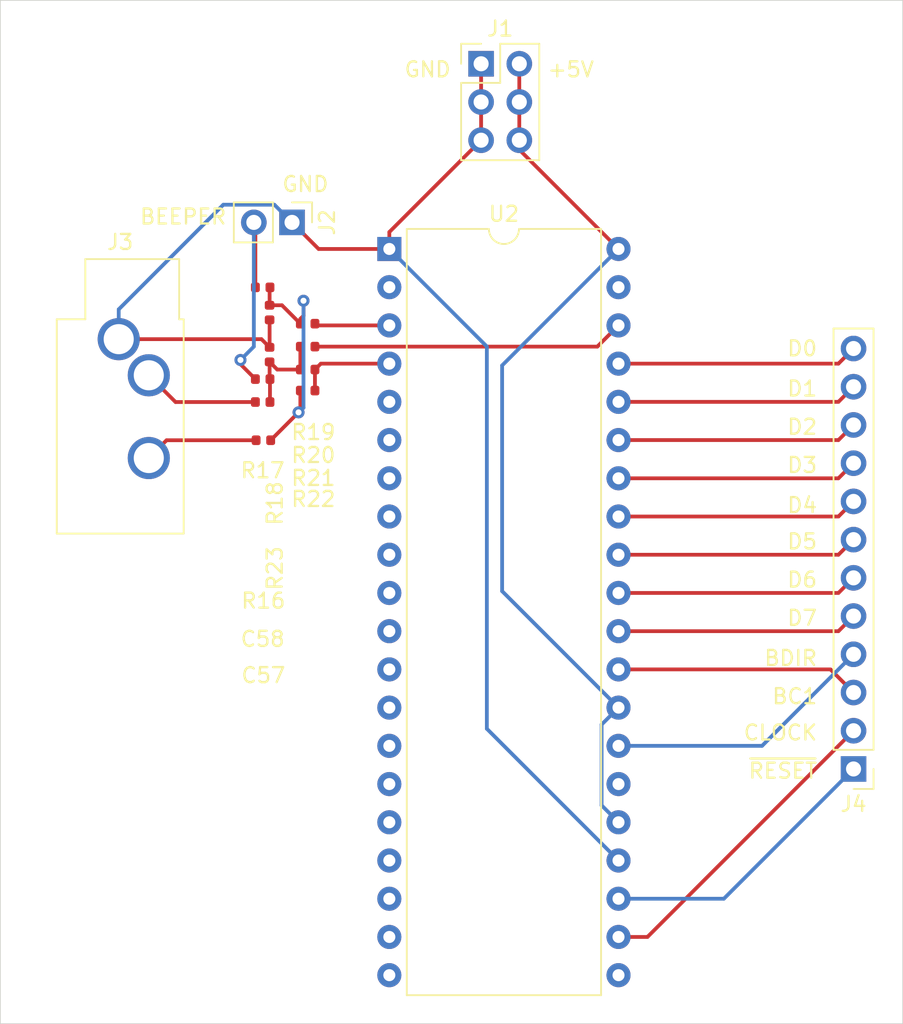
<source format=kicad_pcb>
(kicad_pcb (version 20171130) (host pcbnew "(5.1.6)-1")

  (general
    (thickness 1.6)
    (drawings 20)
    (tracks 90)
    (zones 0)
    (modules 15)
    (nets 23)
  )

  (page A4)
  (layers
    (0 F.Cu signal)
    (31 B.Cu signal)
    (32 B.Adhes user)
    (33 F.Adhes user)
    (34 B.Paste user)
    (35 F.Paste user)
    (36 B.SilkS user)
    (37 F.SilkS user)
    (38 B.Mask user)
    (39 F.Mask user)
    (40 Dwgs.User user)
    (41 Cmts.User user)
    (42 Eco1.User user)
    (43 Eco2.User user)
    (44 Edge.Cuts user)
    (45 Margin user)
    (46 B.CrtYd user)
    (47 F.CrtYd user)
    (48 B.Fab user hide)
    (49 F.Fab user hide)
  )

  (setup
    (last_trace_width 0.25)
    (trace_clearance 0.2)
    (zone_clearance 0.508)
    (zone_45_only no)
    (trace_min 0.2)
    (via_size 0.8)
    (via_drill 0.4)
    (via_min_size 0.4)
    (via_min_drill 0.3)
    (uvia_size 0.3)
    (uvia_drill 0.1)
    (uvias_allowed no)
    (uvia_min_size 0.2)
    (uvia_min_drill 0.1)
    (edge_width 0.05)
    (segment_width 0.2)
    (pcb_text_width 0.3)
    (pcb_text_size 1.5 1.5)
    (mod_edge_width 0.12)
    (mod_text_size 1 1)
    (mod_text_width 0.15)
    (pad_size 1.524 1.524)
    (pad_drill 0.762)
    (pad_to_mask_clearance 0.05)
    (aux_axis_origin 0 0)
    (visible_elements FFFFFF7F)
    (pcbplotparams
      (layerselection 0x010fc_ffffffff)
      (usegerberextensions false)
      (usegerberattributes true)
      (usegerberadvancedattributes true)
      (creategerberjobfile true)
      (excludeedgelayer true)
      (linewidth 0.100000)
      (plotframeref false)
      (viasonmask false)
      (mode 1)
      (useauxorigin false)
      (hpglpennumber 1)
      (hpglpenspeed 20)
      (hpglpendiameter 15.000000)
      (psnegative false)
      (psa4output false)
      (plotreference true)
      (plotvalue true)
      (plotinvisibletext false)
      (padsonsilk false)
      (subtractmaskfromsilk false)
      (outputformat 1)
      (mirror false)
      (drillshape 1)
      (scaleselection 1)
      (outputdirectory ""))
  )

  (net 0 "")
  (net 1 "Net-(C57-Pad2)")
  (net 2 "Net-(C57-Pad1)")
  (net 3 "Net-(C58-Pad2)")
  (net 4 "Net-(C58-Pad1)")
  (net 5 +5V)
  (net 6 GND)
  (net 7 "Net-(J2-Pad2)")
  (net 8 /D0)
  (net 9 /D1)
  (net 10 /D2)
  (net 11 /D3)
  (net 12 /D4)
  (net 13 /D5)
  (net 14 /D6)
  (net 15 /D7)
  (net 16 /BDIR)
  (net 17 /BC1)
  (net 18 /CLOCK)
  (net 19 /~RESET)
  (net 20 "Net-(R19-Pad2)")
  (net 21 "Net-(R20-Pad2)")
  (net 22 "Net-(R21-Pad2)")

  (net_class Default "This is the default net class."
    (clearance 0.2)
    (trace_width 0.25)
    (via_dia 0.8)
    (via_drill 0.4)
    (uvia_dia 0.3)
    (uvia_drill 0.1)
    (add_net +5V)
    (add_net /BC1)
    (add_net /BDIR)
    (add_net /CLOCK)
    (add_net /D0)
    (add_net /D1)
    (add_net /D2)
    (add_net /D3)
    (add_net /D4)
    (add_net /D5)
    (add_net /D6)
    (add_net /D7)
    (add_net /~RESET)
    (add_net GND)
    (add_net "Net-(C57-Pad1)")
    (add_net "Net-(C57-Pad2)")
    (add_net "Net-(C58-Pad1)")
    (add_net "Net-(C58-Pad2)")
    (add_net "Net-(J2-Pad2)")
    (add_net "Net-(R19-Pad2)")
    (add_net "Net-(R20-Pad2)")
    (add_net "Net-(R21-Pad2)")
  )

  (module Package_DIP:DIP-40_W15.24mm (layer F.Cu) (tedit 5A02E8C5) (tstamp 5F661E93)
    (at 110.864 65.52)
    (descr "40-lead though-hole mounted DIP package, row spacing 15.24 mm (600 mils)")
    (tags "THT DIP DIL PDIP 2.54mm 15.24mm 600mil")
    (path /5F5BE3B6)
    (fp_text reference U2 (at 7.62 -2.33) (layer F.SilkS)
      (effects (font (size 1 1) (thickness 0.15)))
    )
    (fp_text value YM2149 (at 7.62 50.59) (layer F.Fab)
      (effects (font (size 1 1) (thickness 0.15)))
    )
    (fp_text user %R (at 7.62 24.13) (layer F.Fab)
      (effects (font (size 1 1) (thickness 0.15)))
    )
    (fp_arc (start 7.62 -1.33) (end 6.62 -1.33) (angle -180) (layer F.SilkS) (width 0.12))
    (fp_line (start 1.255 -1.27) (end 14.985 -1.27) (layer F.Fab) (width 0.1))
    (fp_line (start 14.985 -1.27) (end 14.985 49.53) (layer F.Fab) (width 0.1))
    (fp_line (start 14.985 49.53) (end 0.255 49.53) (layer F.Fab) (width 0.1))
    (fp_line (start 0.255 49.53) (end 0.255 -0.27) (layer F.Fab) (width 0.1))
    (fp_line (start 0.255 -0.27) (end 1.255 -1.27) (layer F.Fab) (width 0.1))
    (fp_line (start 6.62 -1.33) (end 1.16 -1.33) (layer F.SilkS) (width 0.12))
    (fp_line (start 1.16 -1.33) (end 1.16 49.59) (layer F.SilkS) (width 0.12))
    (fp_line (start 1.16 49.59) (end 14.08 49.59) (layer F.SilkS) (width 0.12))
    (fp_line (start 14.08 49.59) (end 14.08 -1.33) (layer F.SilkS) (width 0.12))
    (fp_line (start 14.08 -1.33) (end 8.62 -1.33) (layer F.SilkS) (width 0.12))
    (fp_line (start -1.05 -1.55) (end -1.05 49.8) (layer F.CrtYd) (width 0.05))
    (fp_line (start -1.05 49.8) (end 16.3 49.8) (layer F.CrtYd) (width 0.05))
    (fp_line (start 16.3 49.8) (end 16.3 -1.55) (layer F.CrtYd) (width 0.05))
    (fp_line (start 16.3 -1.55) (end -1.05 -1.55) (layer F.CrtYd) (width 0.05))
    (pad 40 thru_hole oval (at 15.24 0) (size 1.6 1.6) (drill 0.8) (layers *.Cu *.Mask)
      (net 5 +5V))
    (pad 20 thru_hole oval (at 0 48.26) (size 1.6 1.6) (drill 0.8) (layers *.Cu *.Mask))
    (pad 39 thru_hole oval (at 15.24 2.54) (size 1.6 1.6) (drill 0.8) (layers *.Cu *.Mask))
    (pad 19 thru_hole oval (at 0 45.72) (size 1.6 1.6) (drill 0.8) (layers *.Cu *.Mask))
    (pad 38 thru_hole oval (at 15.24 5.08) (size 1.6 1.6) (drill 0.8) (layers *.Cu *.Mask)
      (net 21 "Net-(R20-Pad2)"))
    (pad 18 thru_hole oval (at 0 43.18) (size 1.6 1.6) (drill 0.8) (layers *.Cu *.Mask))
    (pad 37 thru_hole oval (at 15.24 7.62) (size 1.6 1.6) (drill 0.8) (layers *.Cu *.Mask)
      (net 8 /D0))
    (pad 17 thru_hole oval (at 0 40.64) (size 1.6 1.6) (drill 0.8) (layers *.Cu *.Mask))
    (pad 36 thru_hole oval (at 15.24 10.16) (size 1.6 1.6) (drill 0.8) (layers *.Cu *.Mask)
      (net 9 /D1))
    (pad 16 thru_hole oval (at 0 38.1) (size 1.6 1.6) (drill 0.8) (layers *.Cu *.Mask))
    (pad 35 thru_hole oval (at 15.24 12.7) (size 1.6 1.6) (drill 0.8) (layers *.Cu *.Mask)
      (net 10 /D2))
    (pad 15 thru_hole oval (at 0 35.56) (size 1.6 1.6) (drill 0.8) (layers *.Cu *.Mask))
    (pad 34 thru_hole oval (at 15.24 15.24) (size 1.6 1.6) (drill 0.8) (layers *.Cu *.Mask)
      (net 11 /D3))
    (pad 14 thru_hole oval (at 0 33.02) (size 1.6 1.6) (drill 0.8) (layers *.Cu *.Mask))
    (pad 33 thru_hole oval (at 15.24 17.78) (size 1.6 1.6) (drill 0.8) (layers *.Cu *.Mask)
      (net 12 /D4))
    (pad 13 thru_hole oval (at 0 30.48) (size 1.6 1.6) (drill 0.8) (layers *.Cu *.Mask))
    (pad 32 thru_hole oval (at 15.24 20.32) (size 1.6 1.6) (drill 0.8) (layers *.Cu *.Mask)
      (net 13 /D5))
    (pad 12 thru_hole oval (at 0 27.94) (size 1.6 1.6) (drill 0.8) (layers *.Cu *.Mask))
    (pad 31 thru_hole oval (at 15.24 22.86) (size 1.6 1.6) (drill 0.8) (layers *.Cu *.Mask)
      (net 14 /D6))
    (pad 11 thru_hole oval (at 0 25.4) (size 1.6 1.6) (drill 0.8) (layers *.Cu *.Mask))
    (pad 30 thru_hole oval (at 15.24 25.4) (size 1.6 1.6) (drill 0.8) (layers *.Cu *.Mask)
      (net 15 /D7))
    (pad 10 thru_hole oval (at 0 22.86) (size 1.6 1.6) (drill 0.8) (layers *.Cu *.Mask))
    (pad 29 thru_hole oval (at 15.24 27.94) (size 1.6 1.6) (drill 0.8) (layers *.Cu *.Mask)
      (net 17 /BC1))
    (pad 9 thru_hole oval (at 0 20.32) (size 1.6 1.6) (drill 0.8) (layers *.Cu *.Mask))
    (pad 28 thru_hole oval (at 15.24 30.48) (size 1.6 1.6) (drill 0.8) (layers *.Cu *.Mask)
      (net 5 +5V))
    (pad 8 thru_hole oval (at 0 17.78) (size 1.6 1.6) (drill 0.8) (layers *.Cu *.Mask))
    (pad 27 thru_hole oval (at 15.24 33.02) (size 1.6 1.6) (drill 0.8) (layers *.Cu *.Mask)
      (net 16 /BDIR))
    (pad 7 thru_hole oval (at 0 15.24) (size 1.6 1.6) (drill 0.8) (layers *.Cu *.Mask))
    (pad 26 thru_hole oval (at 15.24 35.56) (size 1.6 1.6) (drill 0.8) (layers *.Cu *.Mask))
    (pad 6 thru_hole oval (at 0 12.7) (size 1.6 1.6) (drill 0.8) (layers *.Cu *.Mask))
    (pad 25 thru_hole oval (at 15.24 38.1) (size 1.6 1.6) (drill 0.8) (layers *.Cu *.Mask)
      (net 5 +5V))
    (pad 5 thru_hole oval (at 0 10.16) (size 1.6 1.6) (drill 0.8) (layers *.Cu *.Mask))
    (pad 24 thru_hole oval (at 15.24 40.64) (size 1.6 1.6) (drill 0.8) (layers *.Cu *.Mask)
      (net 6 GND))
    (pad 4 thru_hole oval (at 0 7.62) (size 1.6 1.6) (drill 0.8) (layers *.Cu *.Mask)
      (net 22 "Net-(R21-Pad2)"))
    (pad 23 thru_hole oval (at 15.24 43.18) (size 1.6 1.6) (drill 0.8) (layers *.Cu *.Mask)
      (net 19 /~RESET))
    (pad 3 thru_hole oval (at 0 5.08) (size 1.6 1.6) (drill 0.8) (layers *.Cu *.Mask)
      (net 20 "Net-(R19-Pad2)"))
    (pad 22 thru_hole oval (at 15.24 45.72) (size 1.6 1.6) (drill 0.8) (layers *.Cu *.Mask)
      (net 18 /CLOCK))
    (pad 2 thru_hole oval (at 0 2.54) (size 1.6 1.6) (drill 0.8) (layers *.Cu *.Mask))
    (pad 21 thru_hole oval (at 15.24 48.26) (size 1.6 1.6) (drill 0.8) (layers *.Cu *.Mask))
    (pad 1 thru_hole rect (at 0 0) (size 1.6 1.6) (drill 0.8) (layers *.Cu *.Mask)
      (net 6 GND))
    (model ${KISYS3DMOD}/Package_DIP.3dshapes/DIP-40_W15.24mm.wrl
      (at (xyz 0 0 0))
      (scale (xyz 1 1 1))
      (rotate (xyz 0 0 0))
    )
  )

  (module Resistor_SMD:R_0402_1005Metric (layer F.Cu) (tedit 5B301BBD) (tstamp 5F661E57)
    (at 102.902 72.54 90)
    (descr "Resistor SMD 0402 (1005 Metric), square (rectangular) end terminal, IPC_7351 nominal, (Body size source: http://www.tortai-tech.com/upload/download/2011102023233369053.pdf), generated with kicad-footprint-generator")
    (tags resistor)
    (path /5F5C4CDD)
    (attr smd)
    (fp_text reference R23 (at -14.201 0.349 90) (layer F.SilkS)
      (effects (font (size 1 1) (thickness 0.15)))
    )
    (fp_text value 5.1k (at 0 1.17 90) (layer F.Fab)
      (effects (font (size 1 1) (thickness 0.15)))
    )
    (fp_text user %R (at 0 0 90) (layer F.Fab)
      (effects (font (size 0.25 0.25) (thickness 0.04)))
    )
    (fp_line (start -0.5 0.25) (end -0.5 -0.25) (layer F.Fab) (width 0.1))
    (fp_line (start -0.5 -0.25) (end 0.5 -0.25) (layer F.Fab) (width 0.1))
    (fp_line (start 0.5 -0.25) (end 0.5 0.25) (layer F.Fab) (width 0.1))
    (fp_line (start 0.5 0.25) (end -0.5 0.25) (layer F.Fab) (width 0.1))
    (fp_line (start -0.93 0.47) (end -0.93 -0.47) (layer F.CrtYd) (width 0.05))
    (fp_line (start -0.93 -0.47) (end 0.93 -0.47) (layer F.CrtYd) (width 0.05))
    (fp_line (start 0.93 -0.47) (end 0.93 0.47) (layer F.CrtYd) (width 0.05))
    (fp_line (start 0.93 0.47) (end -0.93 0.47) (layer F.CrtYd) (width 0.05))
    (pad 2 smd roundrect (at 0.485 0 90) (size 0.59 0.64) (layers F.Cu F.Paste F.Mask) (roundrect_rratio 0.25)
      (net 6 GND))
    (pad 1 smd roundrect (at -0.485 0 90) (size 0.59 0.64) (layers F.Cu F.Paste F.Mask) (roundrect_rratio 0.25)
      (net 3 "Net-(C58-Pad2)"))
    (model ${KISYS3DMOD}/Resistor_SMD.3dshapes/R_0402_1005Metric.wrl
      (at (xyz 0 0 0))
      (scale (xyz 1 1 1))
      (rotate (xyz 0 0 0))
    )
  )

  (module Resistor_SMD:R_0402_1005Metric (layer F.Cu) (tedit 5B301BBD) (tstamp 5F661E48)
    (at 105.433 74.93)
    (descr "Resistor SMD 0402 (1005 Metric), square (rectangular) end terminal, IPC_7351 nominal, (Body size source: http://www.tortai-tech.com/upload/download/2011102023233369053.pdf), generated with kicad-footprint-generator")
    (tags resistor)
    (path /5F5C4893)
    (attr smd)
    (fp_text reference R22 (at 0.381 7.212) (layer F.SilkS)
      (effects (font (size 1 1) (thickness 0.15)))
    )
    (fp_text value 2k (at 0 1.17) (layer F.Fab)
      (effects (font (size 1 1) (thickness 0.15)))
    )
    (fp_text user %R (at 0 0) (layer F.Fab)
      (effects (font (size 0.25 0.25) (thickness 0.04)))
    )
    (fp_line (start -0.5 0.25) (end -0.5 -0.25) (layer F.Fab) (width 0.1))
    (fp_line (start -0.5 -0.25) (end 0.5 -0.25) (layer F.Fab) (width 0.1))
    (fp_line (start 0.5 -0.25) (end 0.5 0.25) (layer F.Fab) (width 0.1))
    (fp_line (start 0.5 0.25) (end -0.5 0.25) (layer F.Fab) (width 0.1))
    (fp_line (start -0.93 0.47) (end -0.93 -0.47) (layer F.CrtYd) (width 0.05))
    (fp_line (start -0.93 -0.47) (end 0.93 -0.47) (layer F.CrtYd) (width 0.05))
    (fp_line (start 0.93 -0.47) (end 0.93 0.47) (layer F.CrtYd) (width 0.05))
    (fp_line (start 0.93 0.47) (end -0.93 0.47) (layer F.CrtYd) (width 0.05))
    (pad 2 smd roundrect (at 0.485 0) (size 0.59 0.64) (layers F.Cu F.Paste F.Mask) (roundrect_rratio 0.25)
      (net 22 "Net-(R21-Pad2)"))
    (pad 1 smd roundrect (at -0.485 0) (size 0.59 0.64) (layers F.Cu F.Paste F.Mask) (roundrect_rratio 0.25)
      (net 1 "Net-(C57-Pad2)"))
    (model ${KISYS3DMOD}/Resistor_SMD.3dshapes/R_0402_1005Metric.wrl
      (at (xyz 0 0 0))
      (scale (xyz 1 1 1))
      (rotate (xyz 0 0 0))
    )
  )

  (module Resistor_SMD:R_0402_1005Metric (layer F.Cu) (tedit 5B301BBD) (tstamp 5F661E39)
    (at 105.433 73.533)
    (descr "Resistor SMD 0402 (1005 Metric), square (rectangular) end terminal, IPC_7351 nominal, (Body size source: http://www.tortai-tech.com/upload/download/2011102023233369053.pdf), generated with kicad-footprint-generator")
    (tags resistor)
    (path /5F5C440C)
    (attr smd)
    (fp_text reference R21 (at 0.381 7.212) (layer F.SilkS)
      (effects (font (size 1 1) (thickness 0.15)))
    )
    (fp_text value 2k (at 0 1.17) (layer F.Fab)
      (effects (font (size 1 1) (thickness 0.15)))
    )
    (fp_text user %R (at 0 0) (layer F.Fab)
      (effects (font (size 0.25 0.25) (thickness 0.04)))
    )
    (fp_line (start -0.5 0.25) (end -0.5 -0.25) (layer F.Fab) (width 0.1))
    (fp_line (start -0.5 -0.25) (end 0.5 -0.25) (layer F.Fab) (width 0.1))
    (fp_line (start 0.5 -0.25) (end 0.5 0.25) (layer F.Fab) (width 0.1))
    (fp_line (start 0.5 0.25) (end -0.5 0.25) (layer F.Fab) (width 0.1))
    (fp_line (start -0.93 0.47) (end -0.93 -0.47) (layer F.CrtYd) (width 0.05))
    (fp_line (start -0.93 -0.47) (end 0.93 -0.47) (layer F.CrtYd) (width 0.05))
    (fp_line (start 0.93 -0.47) (end 0.93 0.47) (layer F.CrtYd) (width 0.05))
    (fp_line (start 0.93 0.47) (end -0.93 0.47) (layer F.CrtYd) (width 0.05))
    (pad 2 smd roundrect (at 0.485 0) (size 0.59 0.64) (layers F.Cu F.Paste F.Mask) (roundrect_rratio 0.25)
      (net 22 "Net-(R21-Pad2)"))
    (pad 1 smd roundrect (at -0.485 0) (size 0.59 0.64) (layers F.Cu F.Paste F.Mask) (roundrect_rratio 0.25)
      (net 3 "Net-(C58-Pad2)"))
    (model ${KISYS3DMOD}/Resistor_SMD.3dshapes/R_0402_1005Metric.wrl
      (at (xyz 0 0 0))
      (scale (xyz 1 1 1))
      (rotate (xyz 0 0 0))
    )
  )

  (module Resistor_SMD:R_0402_1005Metric (layer F.Cu) (tedit 5B301BBD) (tstamp 5F661E2A)
    (at 105.433 72.009)
    (descr "Resistor SMD 0402 (1005 Metric), square (rectangular) end terminal, IPC_7351 nominal, (Body size source: http://www.tortai-tech.com/upload/download/2011102023233369053.pdf), generated with kicad-footprint-generator")
    (tags resistor)
    (path /5F5C5A5C)
    (attr smd)
    (fp_text reference R20 (at 0.381 7.212) (layer F.SilkS)
      (effects (font (size 1 1) (thickness 0.15)))
    )
    (fp_text value 1k (at 0 1.17) (layer F.Fab)
      (effects (font (size 1 1) (thickness 0.15)))
    )
    (fp_text user %R (at 0 0) (layer F.Fab)
      (effects (font (size 0.25 0.25) (thickness 0.04)))
    )
    (fp_line (start -0.5 0.25) (end -0.5 -0.25) (layer F.Fab) (width 0.1))
    (fp_line (start -0.5 -0.25) (end 0.5 -0.25) (layer F.Fab) (width 0.1))
    (fp_line (start 0.5 -0.25) (end 0.5 0.25) (layer F.Fab) (width 0.1))
    (fp_line (start 0.5 0.25) (end -0.5 0.25) (layer F.Fab) (width 0.1))
    (fp_line (start -0.93 0.47) (end -0.93 -0.47) (layer F.CrtYd) (width 0.05))
    (fp_line (start -0.93 -0.47) (end 0.93 -0.47) (layer F.CrtYd) (width 0.05))
    (fp_line (start 0.93 -0.47) (end 0.93 0.47) (layer F.CrtYd) (width 0.05))
    (fp_line (start 0.93 0.47) (end -0.93 0.47) (layer F.CrtYd) (width 0.05))
    (pad 2 smd roundrect (at 0.485 0) (size 0.59 0.64) (layers F.Cu F.Paste F.Mask) (roundrect_rratio 0.25)
      (net 21 "Net-(R20-Pad2)"))
    (pad 1 smd roundrect (at -0.485 0) (size 0.59 0.64) (layers F.Cu F.Paste F.Mask) (roundrect_rratio 0.25)
      (net 3 "Net-(C58-Pad2)"))
    (model ${KISYS3DMOD}/Resistor_SMD.3dshapes/R_0402_1005Metric.wrl
      (at (xyz 0 0 0))
      (scale (xyz 1 1 1))
      (rotate (xyz 0 0 0))
    )
  )

  (module Resistor_SMD:R_0402_1005Metric (layer F.Cu) (tedit 5B301BBD) (tstamp 5F661E1B)
    (at 105.433 70.485)
    (descr "Resistor SMD 0402 (1005 Metric), square (rectangular) end terminal, IPC_7351 nominal, (Body size source: http://www.tortai-tech.com/upload/download/2011102023233369053.pdf), generated with kicad-footprint-generator")
    (tags resistor)
    (path /5F5C547E)
    (attr smd)
    (fp_text reference R19 (at 0.381 7.212) (layer F.SilkS)
      (effects (font (size 1 1) (thickness 0.15)))
    )
    (fp_text value 1k (at 0 1.17) (layer F.Fab)
      (effects (font (size 1 1) (thickness 0.15)))
    )
    (fp_text user %R (at 0 0) (layer F.Fab)
      (effects (font (size 0.25 0.25) (thickness 0.04)))
    )
    (fp_line (start -0.5 0.25) (end -0.5 -0.25) (layer F.Fab) (width 0.1))
    (fp_line (start -0.5 -0.25) (end 0.5 -0.25) (layer F.Fab) (width 0.1))
    (fp_line (start 0.5 -0.25) (end 0.5 0.25) (layer F.Fab) (width 0.1))
    (fp_line (start 0.5 0.25) (end -0.5 0.25) (layer F.Fab) (width 0.1))
    (fp_line (start -0.93 0.47) (end -0.93 -0.47) (layer F.CrtYd) (width 0.05))
    (fp_line (start -0.93 -0.47) (end 0.93 -0.47) (layer F.CrtYd) (width 0.05))
    (fp_line (start 0.93 -0.47) (end 0.93 0.47) (layer F.CrtYd) (width 0.05))
    (fp_line (start 0.93 0.47) (end -0.93 0.47) (layer F.CrtYd) (width 0.05))
    (pad 2 smd roundrect (at 0.485 0) (size 0.59 0.64) (layers F.Cu F.Paste F.Mask) (roundrect_rratio 0.25)
      (net 20 "Net-(R19-Pad2)"))
    (pad 1 smd roundrect (at -0.485 0) (size 0.59 0.64) (layers F.Cu F.Paste F.Mask) (roundrect_rratio 0.25)
      (net 1 "Net-(C57-Pad2)"))
    (model ${KISYS3DMOD}/Resistor_SMD.3dshapes/R_0402_1005Metric.wrl
      (at (xyz 0 0 0))
      (scale (xyz 1 1 1))
      (rotate (xyz 0 0 0))
    )
  )

  (module Resistor_SMD:R_0402_1005Metric (layer F.Cu) (tedit 5B301BBD) (tstamp 5F661E0C)
    (at 102.902 69.746 90)
    (descr "Resistor SMD 0402 (1005 Metric), square (rectangular) end terminal, IPC_7351 nominal, (Body size source: http://www.tortai-tech.com/upload/download/2011102023233369053.pdf), generated with kicad-footprint-generator")
    (tags resistor)
    (path /5F5C4FC7)
    (attr smd)
    (fp_text reference R18 (at -12.677 0.349 90) (layer F.SilkS)
      (effects (font (size 1 1) (thickness 0.15)))
    )
    (fp_text value 5.1k (at 0 1.17 90) (layer F.Fab)
      (effects (font (size 1 1) (thickness 0.15)))
    )
    (fp_text user %R (at 0 0 90) (layer F.Fab)
      (effects (font (size 0.25 0.25) (thickness 0.04)))
    )
    (fp_line (start -0.5 0.25) (end -0.5 -0.25) (layer F.Fab) (width 0.1))
    (fp_line (start -0.5 -0.25) (end 0.5 -0.25) (layer F.Fab) (width 0.1))
    (fp_line (start 0.5 -0.25) (end 0.5 0.25) (layer F.Fab) (width 0.1))
    (fp_line (start 0.5 0.25) (end -0.5 0.25) (layer F.Fab) (width 0.1))
    (fp_line (start -0.93 0.47) (end -0.93 -0.47) (layer F.CrtYd) (width 0.05))
    (fp_line (start -0.93 -0.47) (end 0.93 -0.47) (layer F.CrtYd) (width 0.05))
    (fp_line (start 0.93 -0.47) (end 0.93 0.47) (layer F.CrtYd) (width 0.05))
    (fp_line (start 0.93 0.47) (end -0.93 0.47) (layer F.CrtYd) (width 0.05))
    (pad 2 smd roundrect (at 0.485 0 90) (size 0.59 0.64) (layers F.Cu F.Paste F.Mask) (roundrect_rratio 0.25)
      (net 1 "Net-(C57-Pad2)"))
    (pad 1 smd roundrect (at -0.485 0 90) (size 0.59 0.64) (layers F.Cu F.Paste F.Mask) (roundrect_rratio 0.25)
      (net 6 GND))
    (model ${KISYS3DMOD}/Resistor_SMD.3dshapes/R_0402_1005Metric.wrl
      (at (xyz 0 0 0))
      (scale (xyz 1 1 1))
      (rotate (xyz 0 0 0))
    )
  )

  (module Resistor_SMD:R_0402_1005Metric (layer F.Cu) (tedit 5B301BBD) (tstamp 5F661DFD)
    (at 102.442 68.072)
    (descr "Resistor SMD 0402 (1005 Metric), square (rectangular) end terminal, IPC_7351 nominal, (Body size source: http://www.tortai-tech.com/upload/download/2011102023233369053.pdf), generated with kicad-footprint-generator")
    (tags resistor)
    (path /5F5C4183)
    (attr smd)
    (fp_text reference R17 (at 0 12.165) (layer F.SilkS)
      (effects (font (size 1 1) (thickness 0.15)))
    )
    (fp_text value 4.7k (at 0 1.17) (layer F.Fab)
      (effects (font (size 1 1) (thickness 0.15)))
    )
    (fp_text user %R (at 0 0) (layer F.Fab)
      (effects (font (size 0.25 0.25) (thickness 0.04)))
    )
    (fp_line (start -0.5 0.25) (end -0.5 -0.25) (layer F.Fab) (width 0.1))
    (fp_line (start -0.5 -0.25) (end 0.5 -0.25) (layer F.Fab) (width 0.1))
    (fp_line (start 0.5 -0.25) (end 0.5 0.25) (layer F.Fab) (width 0.1))
    (fp_line (start 0.5 0.25) (end -0.5 0.25) (layer F.Fab) (width 0.1))
    (fp_line (start -0.93 0.47) (end -0.93 -0.47) (layer F.CrtYd) (width 0.05))
    (fp_line (start -0.93 -0.47) (end 0.93 -0.47) (layer F.CrtYd) (width 0.05))
    (fp_line (start 0.93 -0.47) (end 0.93 0.47) (layer F.CrtYd) (width 0.05))
    (fp_line (start 0.93 0.47) (end -0.93 0.47) (layer F.CrtYd) (width 0.05))
    (pad 2 smd roundrect (at 0.485 0) (size 0.59 0.64) (layers F.Cu F.Paste F.Mask) (roundrect_rratio 0.25)
      (net 1 "Net-(C57-Pad2)"))
    (pad 1 smd roundrect (at -0.485 0) (size 0.59 0.64) (layers F.Cu F.Paste F.Mask) (roundrect_rratio 0.25)
      (net 7 "Net-(J2-Pad2)"))
    (model ${KISYS3DMOD}/Resistor_SMD.3dshapes/R_0402_1005Metric.wrl
      (at (xyz 0 0 0))
      (scale (xyz 1 1 1))
      (rotate (xyz 0 0 0))
    )
  )

  (module Resistor_SMD:R_0402_1005Metric (layer F.Cu) (tedit 5B301BBD) (tstamp 5F661DEE)
    (at 102.442 74.168)
    (descr "Resistor SMD 0402 (1005 Metric), square (rectangular) end terminal, IPC_7351 nominal, (Body size source: http://www.tortai-tech.com/upload/download/2011102023233369053.pdf), generated with kicad-footprint-generator")
    (tags resistor)
    (path /5F5C365A)
    (attr smd)
    (fp_text reference R16 (at 0.047 14.732) (layer F.SilkS)
      (effects (font (size 1 1) (thickness 0.15)))
    )
    (fp_text value 4.7k (at 0 1.17) (layer F.Fab)
      (effects (font (size 1 1) (thickness 0.15)))
    )
    (fp_text user %R (at 0 0) (layer F.Fab)
      (effects (font (size 0.25 0.25) (thickness 0.04)))
    )
    (fp_line (start -0.5 0.25) (end -0.5 -0.25) (layer F.Fab) (width 0.1))
    (fp_line (start -0.5 -0.25) (end 0.5 -0.25) (layer F.Fab) (width 0.1))
    (fp_line (start 0.5 -0.25) (end 0.5 0.25) (layer F.Fab) (width 0.1))
    (fp_line (start 0.5 0.25) (end -0.5 0.25) (layer F.Fab) (width 0.1))
    (fp_line (start -0.93 0.47) (end -0.93 -0.47) (layer F.CrtYd) (width 0.05))
    (fp_line (start -0.93 -0.47) (end 0.93 -0.47) (layer F.CrtYd) (width 0.05))
    (fp_line (start 0.93 -0.47) (end 0.93 0.47) (layer F.CrtYd) (width 0.05))
    (fp_line (start 0.93 0.47) (end -0.93 0.47) (layer F.CrtYd) (width 0.05))
    (pad 2 smd roundrect (at 0.485 0) (size 0.59 0.64) (layers F.Cu F.Paste F.Mask) (roundrect_rratio 0.25)
      (net 3 "Net-(C58-Pad2)"))
    (pad 1 smd roundrect (at -0.485 0) (size 0.59 0.64) (layers F.Cu F.Paste F.Mask) (roundrect_rratio 0.25)
      (net 7 "Net-(J2-Pad2)"))
    (model ${KISYS3DMOD}/Resistor_SMD.3dshapes/R_0402_1005Metric.wrl
      (at (xyz 0 0 0))
      (scale (xyz 1 1 1))
      (rotate (xyz 0 0 0))
    )
  )

  (module Connector_PinHeader_2.54mm:PinHeader_1x12_P2.54mm_Vertical (layer F.Cu) (tedit 59FED5CC) (tstamp 5F661DDF)
    (at 141.732 100.076 180)
    (descr "Through hole straight pin header, 1x12, 2.54mm pitch, single row")
    (tags "Through hole pin header THT 1x12 2.54mm single row")
    (path /5F66E0BA)
    (fp_text reference J4 (at 0 -2.33) (layer F.SilkS)
      (effects (font (size 1 1) (thickness 0.15)))
    )
    (fp_text value Conn_01x12 (at 0 30.27) (layer F.Fab)
      (effects (font (size 1 1) (thickness 0.15)))
    )
    (fp_text user %R (at 0 13.97 90) (layer F.Fab)
      (effects (font (size 1 1) (thickness 0.15)))
    )
    (fp_line (start -0.635 -1.27) (end 1.27 -1.27) (layer F.Fab) (width 0.1))
    (fp_line (start 1.27 -1.27) (end 1.27 29.21) (layer F.Fab) (width 0.1))
    (fp_line (start 1.27 29.21) (end -1.27 29.21) (layer F.Fab) (width 0.1))
    (fp_line (start -1.27 29.21) (end -1.27 -0.635) (layer F.Fab) (width 0.1))
    (fp_line (start -1.27 -0.635) (end -0.635 -1.27) (layer F.Fab) (width 0.1))
    (fp_line (start -1.33 29.27) (end 1.33 29.27) (layer F.SilkS) (width 0.12))
    (fp_line (start -1.33 1.27) (end -1.33 29.27) (layer F.SilkS) (width 0.12))
    (fp_line (start 1.33 1.27) (end 1.33 29.27) (layer F.SilkS) (width 0.12))
    (fp_line (start -1.33 1.27) (end 1.33 1.27) (layer F.SilkS) (width 0.12))
    (fp_line (start -1.33 0) (end -1.33 -1.33) (layer F.SilkS) (width 0.12))
    (fp_line (start -1.33 -1.33) (end 0 -1.33) (layer F.SilkS) (width 0.12))
    (fp_line (start -1.8 -1.8) (end -1.8 29.75) (layer F.CrtYd) (width 0.05))
    (fp_line (start -1.8 29.75) (end 1.8 29.75) (layer F.CrtYd) (width 0.05))
    (fp_line (start 1.8 29.75) (end 1.8 -1.8) (layer F.CrtYd) (width 0.05))
    (fp_line (start 1.8 -1.8) (end -1.8 -1.8) (layer F.CrtYd) (width 0.05))
    (pad 12 thru_hole oval (at 0 27.94 180) (size 1.7 1.7) (drill 1) (layers *.Cu *.Mask)
      (net 8 /D0))
    (pad 11 thru_hole oval (at 0 25.4 180) (size 1.7 1.7) (drill 1) (layers *.Cu *.Mask)
      (net 9 /D1))
    (pad 10 thru_hole oval (at 0 22.86 180) (size 1.7 1.7) (drill 1) (layers *.Cu *.Mask)
      (net 10 /D2))
    (pad 9 thru_hole oval (at 0 20.32 180) (size 1.7 1.7) (drill 1) (layers *.Cu *.Mask)
      (net 11 /D3))
    (pad 8 thru_hole oval (at 0 17.78 180) (size 1.7 1.7) (drill 1) (layers *.Cu *.Mask)
      (net 12 /D4))
    (pad 7 thru_hole oval (at 0 15.24 180) (size 1.7 1.7) (drill 1) (layers *.Cu *.Mask)
      (net 13 /D5))
    (pad 6 thru_hole oval (at 0 12.7 180) (size 1.7 1.7) (drill 1) (layers *.Cu *.Mask)
      (net 14 /D6))
    (pad 5 thru_hole oval (at 0 10.16 180) (size 1.7 1.7) (drill 1) (layers *.Cu *.Mask)
      (net 15 /D7))
    (pad 4 thru_hole oval (at 0 7.62 180) (size 1.7 1.7) (drill 1) (layers *.Cu *.Mask)
      (net 16 /BDIR))
    (pad 3 thru_hole oval (at 0 5.08 180) (size 1.7 1.7) (drill 1) (layers *.Cu *.Mask)
      (net 17 /BC1))
    (pad 2 thru_hole oval (at 0 2.54 180) (size 1.7 1.7) (drill 1) (layers *.Cu *.Mask)
      (net 18 /CLOCK))
    (pad 1 thru_hole rect (at 0 0 180) (size 1.7 1.7) (drill 1) (layers *.Cu *.Mask)
      (net 19 /~RESET))
    (model ${KISYS3DMOD}/Connector_PinHeader_2.54mm.3dshapes/PinHeader_1x12_P2.54mm_Vertical.wrl
      (at (xyz 0 0 0))
      (scale (xyz 1 1 1))
      (rotate (xyz 0 0 0))
    )
  )

  (module Connector_Audio:Jack_3.5mm_CUI_SJ1-3533NG_Horizontal_CircularHoles (layer F.Cu) (tedit 5BAD3514) (tstamp 5F661DBF)
    (at 92.869 71.514)
    (descr "TRS 3.5mm, horizontal, through-hole, , circular holeshttps://www.cui.com/product/resource/sj1-353xng.pdf")
    (tags "TRS audio jack stereo horizontal circular")
    (path /5F6613FB)
    (fp_text reference J3 (at 0.1 -6.45) (layer F.SilkS)
      (effects (font (size 1 1) (thickness 0.15)))
    )
    (fp_text value AudioJack3 (at 0.1 14.05) (layer F.Fab)
      (effects (font (size 1 1) (thickness 0.15)))
    )
    (fp_text user %R (at 0.1 3.8) (layer F.Fab)
      (effects (font (size 1 1) (thickness 0.15)))
    )
    (fp_line (start -2.1 -5.2) (end 3.9 -5.2) (layer F.Fab) (width 0.1))
    (fp_line (start 3.9 -5.2) (end 3.9 -1.2) (layer F.Fab) (width 0.1))
    (fp_line (start 3.9 -1.2) (end 4.2 -1.2) (layer F.Fab) (width 0.1))
    (fp_line (start 4.2 -1.2) (end 4.2 12.8) (layer F.Fab) (width 0.1))
    (fp_line (start 4.2 12.8) (end -4 12.8) (layer F.Fab) (width 0.1))
    (fp_line (start -4 12.8) (end -4 -1.2) (layer F.Fab) (width 0.1))
    (fp_line (start -4 -1.2) (end -2.1 -1.2) (layer F.Fab) (width 0.1))
    (fp_line (start -2.1 -1.2) (end -2.1 -5.2) (layer F.Fab) (width 0.1))
    (fp_line (start -2.22 -5.32) (end 4.02 -5.32) (layer F.SilkS) (width 0.12))
    (fp_line (start 4.02 -5.32) (end 4.02 -1.32) (layer F.SilkS) (width 0.12))
    (fp_line (start 4.02 -1.32) (end 4.32 -1.32) (layer F.SilkS) (width 0.12))
    (fp_line (start 4.32 -1.32) (end 4.32 12.92) (layer F.SilkS) (width 0.12))
    (fp_line (start 4.32 12.92) (end -4.12 12.92) (layer F.SilkS) (width 0.12))
    (fp_line (start -4.12 12.92) (end -4.12 -1.32) (layer F.SilkS) (width 0.12))
    (fp_line (start -4.12 -1.32) (end -2.22 -1.32) (layer F.SilkS) (width 0.12))
    (fp_line (start -2.22 -1.32) (end -2.22 -5.32) (layer F.SilkS) (width 0.12))
    (fp_line (start -4.5 -5.7) (end -4.5 13.3) (layer F.CrtYd) (width 0.05))
    (fp_line (start -4.5 13.3) (end 4.7 13.3) (layer F.CrtYd) (width 0.05))
    (fp_line (start 4.7 13.3) (end 4.7 -5.7) (layer F.CrtYd) (width 0.05))
    (fp_line (start 4.7 -5.7) (end -4.5 -5.7) (layer F.CrtYd) (width 0.05))
    (pad R thru_hole circle (at 2 7.9) (size 2.8 2.8) (drill 2) (layers *.Cu *.Mask)
      (net 2 "Net-(C57-Pad1)"))
    (pad T thru_hole circle (at 2 2.4) (size 2.8 2.8) (drill 2) (layers *.Cu *.Mask)
      (net 4 "Net-(C58-Pad1)"))
    (pad S thru_hole circle (at 0 0) (size 2.8 2.8) (drill 2) (layers *.Cu *.Mask)
      (net 6 GND))
    (model ${KISYS3DMOD}/Connector_Audio.3dshapes/Jack_3.5mm_CUI_SJ1-3533NG_Horizontal.wrl
      (at (xyz 0 0 0))
      (scale (xyz 1 1 1))
      (rotate (xyz 0 0 0))
    )
  )

  (module Connector_PinHeader_2.54mm:PinHeader_1x02_P2.54mm_Vertical (layer F.Cu) (tedit 59FED5CC) (tstamp 5F661DA3)
    (at 104.394 63.754 270)
    (descr "Through hole straight pin header, 1x02, 2.54mm pitch, single row")
    (tags "Through hole pin header THT 1x02 2.54mm single row")
    (path /5F668373)
    (fp_text reference J2 (at 0 -2.33 90) (layer F.SilkS)
      (effects (font (size 1 1) (thickness 0.15)))
    )
    (fp_text value Conn_01x02 (at 0 4.87 90) (layer F.Fab)
      (effects (font (size 1 1) (thickness 0.15)))
    )
    (fp_text user %R (at 0 1.27) (layer F.Fab)
      (effects (font (size 1 1) (thickness 0.15)))
    )
    (fp_line (start -0.635 -1.27) (end 1.27 -1.27) (layer F.Fab) (width 0.1))
    (fp_line (start 1.27 -1.27) (end 1.27 3.81) (layer F.Fab) (width 0.1))
    (fp_line (start 1.27 3.81) (end -1.27 3.81) (layer F.Fab) (width 0.1))
    (fp_line (start -1.27 3.81) (end -1.27 -0.635) (layer F.Fab) (width 0.1))
    (fp_line (start -1.27 -0.635) (end -0.635 -1.27) (layer F.Fab) (width 0.1))
    (fp_line (start -1.33 3.87) (end 1.33 3.87) (layer F.SilkS) (width 0.12))
    (fp_line (start -1.33 1.27) (end -1.33 3.87) (layer F.SilkS) (width 0.12))
    (fp_line (start 1.33 1.27) (end 1.33 3.87) (layer F.SilkS) (width 0.12))
    (fp_line (start -1.33 1.27) (end 1.33 1.27) (layer F.SilkS) (width 0.12))
    (fp_line (start -1.33 0) (end -1.33 -1.33) (layer F.SilkS) (width 0.12))
    (fp_line (start -1.33 -1.33) (end 0 -1.33) (layer F.SilkS) (width 0.12))
    (fp_line (start -1.8 -1.8) (end -1.8 4.35) (layer F.CrtYd) (width 0.05))
    (fp_line (start -1.8 4.35) (end 1.8 4.35) (layer F.CrtYd) (width 0.05))
    (fp_line (start 1.8 4.35) (end 1.8 -1.8) (layer F.CrtYd) (width 0.05))
    (fp_line (start 1.8 -1.8) (end -1.8 -1.8) (layer F.CrtYd) (width 0.05))
    (pad 2 thru_hole oval (at 0 2.54 270) (size 1.7 1.7) (drill 1) (layers *.Cu *.Mask)
      (net 7 "Net-(J2-Pad2)"))
    (pad 1 thru_hole rect (at 0 0 270) (size 1.7 1.7) (drill 1) (layers *.Cu *.Mask)
      (net 6 GND))
    (model ${KISYS3DMOD}/Connector_PinHeader_2.54mm.3dshapes/PinHeader_1x02_P2.54mm_Vertical.wrl
      (at (xyz 0 0 0))
      (scale (xyz 1 1 1))
      (rotate (xyz 0 0 0))
    )
  )

  (module Connector_PinHeader_2.54mm:PinHeader_2x03_P2.54mm_Vertical (layer F.Cu) (tedit 59FED5CC) (tstamp 5F661D8D)
    (at 116.967 53.213)
    (descr "Through hole straight pin header, 2x03, 2.54mm pitch, double rows")
    (tags "Through hole pin header THT 2x03 2.54mm double row")
    (path /5F6898EB)
    (fp_text reference J1 (at 1.27 -2.33) (layer F.SilkS)
      (effects (font (size 1 1) (thickness 0.15)))
    )
    (fp_text value Conn_02x03_Odd_Even (at 1.27 7.41) (layer F.Fab)
      (effects (font (size 1 1) (thickness 0.15)))
    )
    (fp_text user %R (at 1.27 2.54 90) (layer F.Fab)
      (effects (font (size 1 1) (thickness 0.15)))
    )
    (fp_line (start 0 -1.27) (end 3.81 -1.27) (layer F.Fab) (width 0.1))
    (fp_line (start 3.81 -1.27) (end 3.81 6.35) (layer F.Fab) (width 0.1))
    (fp_line (start 3.81 6.35) (end -1.27 6.35) (layer F.Fab) (width 0.1))
    (fp_line (start -1.27 6.35) (end -1.27 0) (layer F.Fab) (width 0.1))
    (fp_line (start -1.27 0) (end 0 -1.27) (layer F.Fab) (width 0.1))
    (fp_line (start -1.33 6.41) (end 3.87 6.41) (layer F.SilkS) (width 0.12))
    (fp_line (start -1.33 1.27) (end -1.33 6.41) (layer F.SilkS) (width 0.12))
    (fp_line (start 3.87 -1.33) (end 3.87 6.41) (layer F.SilkS) (width 0.12))
    (fp_line (start -1.33 1.27) (end 1.27 1.27) (layer F.SilkS) (width 0.12))
    (fp_line (start 1.27 1.27) (end 1.27 -1.33) (layer F.SilkS) (width 0.12))
    (fp_line (start 1.27 -1.33) (end 3.87 -1.33) (layer F.SilkS) (width 0.12))
    (fp_line (start -1.33 0) (end -1.33 -1.33) (layer F.SilkS) (width 0.12))
    (fp_line (start -1.33 -1.33) (end 0 -1.33) (layer F.SilkS) (width 0.12))
    (fp_line (start -1.8 -1.8) (end -1.8 6.85) (layer F.CrtYd) (width 0.05))
    (fp_line (start -1.8 6.85) (end 4.35 6.85) (layer F.CrtYd) (width 0.05))
    (fp_line (start 4.35 6.85) (end 4.35 -1.8) (layer F.CrtYd) (width 0.05))
    (fp_line (start 4.35 -1.8) (end -1.8 -1.8) (layer F.CrtYd) (width 0.05))
    (pad 6 thru_hole oval (at 2.54 5.08) (size 1.7 1.7) (drill 1) (layers *.Cu *.Mask)
      (net 5 +5V))
    (pad 5 thru_hole oval (at 0 5.08) (size 1.7 1.7) (drill 1) (layers *.Cu *.Mask)
      (net 6 GND))
    (pad 4 thru_hole oval (at 2.54 2.54) (size 1.7 1.7) (drill 1) (layers *.Cu *.Mask)
      (net 5 +5V))
    (pad 3 thru_hole oval (at 0 2.54) (size 1.7 1.7) (drill 1) (layers *.Cu *.Mask)
      (net 6 GND))
    (pad 2 thru_hole oval (at 2.54 0) (size 1.7 1.7) (drill 1) (layers *.Cu *.Mask)
      (net 5 +5V))
    (pad 1 thru_hole rect (at 0 0) (size 1.7 1.7) (drill 1) (layers *.Cu *.Mask)
      (net 6 GND))
    (model ${KISYS3DMOD}/Connector_PinHeader_2.54mm.3dshapes/PinHeader_2x03_P2.54mm_Vertical.wrl
      (at (xyz 0 0 0))
      (scale (xyz 1 1 1))
      (rotate (xyz 0 0 0))
    )
  )

  (module Capacitor_SMD:C_0402_1005Metric (layer F.Cu) (tedit 5B301BBE) (tstamp 5F661D71)
    (at 102.442 75.692)
    (descr "Capacitor SMD 0402 (1005 Metric), square (rectangular) end terminal, IPC_7351 nominal, (Body size source: http://www.tortai-tech.com/upload/download/2011102023233369053.pdf), generated with kicad-footprint-generator")
    (tags capacitor)
    (path /5F5C6BAA)
    (attr smd)
    (fp_text reference C58 (at 0 15.748) (layer F.SilkS)
      (effects (font (size 1 1) (thickness 0.15)))
    )
    (fp_text value 10.0uF (at 0 1.17) (layer F.Fab)
      (effects (font (size 1 1) (thickness 0.15)))
    )
    (fp_text user %R (at 0 0) (layer F.Fab)
      (effects (font (size 0.25 0.25) (thickness 0.04)))
    )
    (fp_line (start -0.5 0.25) (end -0.5 -0.25) (layer F.Fab) (width 0.1))
    (fp_line (start -0.5 -0.25) (end 0.5 -0.25) (layer F.Fab) (width 0.1))
    (fp_line (start 0.5 -0.25) (end 0.5 0.25) (layer F.Fab) (width 0.1))
    (fp_line (start 0.5 0.25) (end -0.5 0.25) (layer F.Fab) (width 0.1))
    (fp_line (start -0.93 0.47) (end -0.93 -0.47) (layer F.CrtYd) (width 0.05))
    (fp_line (start -0.93 -0.47) (end 0.93 -0.47) (layer F.CrtYd) (width 0.05))
    (fp_line (start 0.93 -0.47) (end 0.93 0.47) (layer F.CrtYd) (width 0.05))
    (fp_line (start 0.93 0.47) (end -0.93 0.47) (layer F.CrtYd) (width 0.05))
    (pad 2 smd roundrect (at 0.485 0) (size 0.59 0.64) (layers F.Cu F.Paste F.Mask) (roundrect_rratio 0.25)
      (net 3 "Net-(C58-Pad2)"))
    (pad 1 smd roundrect (at -0.485 0) (size 0.59 0.64) (layers F.Cu F.Paste F.Mask) (roundrect_rratio 0.25)
      (net 4 "Net-(C58-Pad1)"))
    (model ${KISYS3DMOD}/Capacitor_SMD.3dshapes/C_0402_1005Metric.wrl
      (at (xyz 0 0 0))
      (scale (xyz 1 1 1))
      (rotate (xyz 0 0 0))
    )
  )

  (module Capacitor_SMD:C_0402_1005Metric (layer F.Cu) (tedit 5B301BBE) (tstamp 5F661D62)
    (at 102.489 78.232)
    (descr "Capacitor SMD 0402 (1005 Metric), square (rectangular) end terminal, IPC_7351 nominal, (Body size source: http://www.tortai-tech.com/upload/download/2011102023233369053.pdf), generated with kicad-footprint-generator")
    (tags capacitor)
    (path /5F5C5F2C)
    (attr smd)
    (fp_text reference C57 (at 0 15.621) (layer F.SilkS)
      (effects (font (size 1 1) (thickness 0.15)))
    )
    (fp_text value 10.0uF (at 0 1.17) (layer F.Fab)
      (effects (font (size 1 1) (thickness 0.15)))
    )
    (fp_text user %R (at 0 0) (layer F.Fab)
      (effects (font (size 0.25 0.25) (thickness 0.04)))
    )
    (fp_line (start -0.5 0.25) (end -0.5 -0.25) (layer F.Fab) (width 0.1))
    (fp_line (start -0.5 -0.25) (end 0.5 -0.25) (layer F.Fab) (width 0.1))
    (fp_line (start 0.5 -0.25) (end 0.5 0.25) (layer F.Fab) (width 0.1))
    (fp_line (start 0.5 0.25) (end -0.5 0.25) (layer F.Fab) (width 0.1))
    (fp_line (start -0.93 0.47) (end -0.93 -0.47) (layer F.CrtYd) (width 0.05))
    (fp_line (start -0.93 -0.47) (end 0.93 -0.47) (layer F.CrtYd) (width 0.05))
    (fp_line (start 0.93 -0.47) (end 0.93 0.47) (layer F.CrtYd) (width 0.05))
    (fp_line (start 0.93 0.47) (end -0.93 0.47) (layer F.CrtYd) (width 0.05))
    (pad 2 smd roundrect (at 0.485 0) (size 0.59 0.64) (layers F.Cu F.Paste F.Mask) (roundrect_rratio 0.25)
      (net 1 "Net-(C57-Pad2)"))
    (pad 1 smd roundrect (at -0.485 0) (size 0.59 0.64) (layers F.Cu F.Paste F.Mask) (roundrect_rratio 0.25)
      (net 2 "Net-(C57-Pad1)"))
    (model ${KISYS3DMOD}/Capacitor_SMD.3dshapes/C_0402_1005Metric.wrl
      (at (xyz 0 0 0))
      (scale (xyz 1 1 1))
      (rotate (xyz 0 0 0))
    )
  )

  (gr_text GND (at 105.283 61.214) (layer F.SilkS)
    (effects (font (size 1 1) (thickness 0.15)))
  )
  (gr_text BEEPER (at 97.155 63.373) (layer F.SilkS)
    (effects (font (size 1 1) (thickness 0.15)))
  )
  (gr_text GND (at 113.411 53.594) (layer F.SilkS)
    (effects (font (size 1 1) (thickness 0.15)))
  )
  (gr_text +5V (at 122.936 53.594) (layer F.SilkS)
    (effects (font (size 1 1) (thickness 0.15)))
  )
  (gr_line (start 85 117) (end 85 49) (layer Edge.Cuts) (width 0.05) (tstamp 5F662EBE))
  (gr_line (start 145 117) (end 85 117) (layer Edge.Cuts) (width 0.05))
  (gr_line (start 145 49) (end 145 117) (layer Edge.Cuts) (width 0.05))
  (gr_line (start 85 49) (end 145 49) (layer Edge.Cuts) (width 0.05))
  (gr_text ~RESET (at 137.033 100.203) (layer F.SilkS) (tstamp 5F662E9D)
    (effects (font (size 1 1) (thickness 0.15)))
  )
  (gr_text CLOCK (at 136.866333 97.663) (layer F.SilkS) (tstamp 5F662E99)
    (effects (font (size 1 1) (thickness 0.15)))
  )
  (gr_text BC1 (at 137.818714 95.25) (layer F.SilkS) (tstamp 5F662E96)
    (effects (font (size 1 1) (thickness 0.15)))
  )
  (gr_text BDIR (at 137.55681 92.71) (layer F.SilkS) (tstamp 5F662E93)
    (effects (font (size 1 1) (thickness 0.15)))
  )
  (gr_text D7 (at 138.318714 90.043) (layer F.SilkS) (tstamp 5F662E90)
    (effects (font (size 1 1) (thickness 0.15)))
  )
  (gr_text D6 (at 138.318714 87.503) (layer F.SilkS) (tstamp 5F662E8D)
    (effects (font (size 1 1) (thickness 0.15)))
  )
  (gr_text D5 (at 138.318714 84.963) (layer F.SilkS) (tstamp 5F662E8A)
    (effects (font (size 1 1) (thickness 0.15)))
  )
  (gr_text D4 (at 138.318714 82.55) (layer F.SilkS) (tstamp 5F662E87)
    (effects (font (size 1 1) (thickness 0.15)))
  )
  (gr_text D3 (at 138.318714 79.883) (layer F.SilkS) (tstamp 5F662E84)
    (effects (font (size 1 1) (thickness 0.15)))
  )
  (gr_text D2 (at 138.318714 77.343) (layer F.SilkS) (tstamp 5F662E81)
    (effects (font (size 1 1) (thickness 0.15)))
  )
  (gr_text D1 (at 138.318714 74.803) (layer F.SilkS) (tstamp 5F662E7E)
    (effects (font (size 1 1) (thickness 0.15)))
  )
  (gr_text D0 (at 138.318714 72.136) (layer F.SilkS)
    (effects (font (size 1 1) (thickness 0.15)))
  )

  (segment (start 103.724 69.261) (end 102.902 69.261) (width 0.25) (layer F.Cu) (net 1))
  (segment (start 104.948 70.485) (end 103.724 69.261) (width 0.25) (layer F.Cu) (net 1))
  (segment (start 102.902 68.097) (end 102.927 68.072) (width 0.25) (layer F.Cu) (net 1))
  (segment (start 102.902 69.261) (end 102.902 68.097) (width 0.25) (layer F.Cu) (net 1))
  (segment (start 104.948 76.258) (end 104.827 76.379) (width 0.25) (layer F.Cu) (net 1))
  (segment (start 104.948 74.93) (end 104.948 76.258) (width 0.25) (layer F.Cu) (net 1))
  (segment (start 104.948 70.165) (end 105.156 69.957) (width 0.25) (layer F.Cu) (net 1))
  (segment (start 104.948 70.485) (end 104.948 70.165) (width 0.25) (layer F.Cu) (net 1))
  (segment (start 105.156 69.957) (end 105.156 68.961) (width 0.25) (layer F.Cu) (net 1))
  (segment (start 105.156 68.961) (end 105.156 68.961) (width 0.25) (layer F.Cu) (net 1) (tstamp 5F662AF1))
  (via (at 105.156 68.961) (size 0.8) (drill 0.4) (layers F.Cu B.Cu) (net 1))
  (segment (start 105.156 68.961) (end 105.156 76.073) (width 0.25) (layer B.Cu) (net 1))
  (segment (start 105.156 76.073) (end 104.902 76.327) (width 0.25) (layer B.Cu) (net 1))
  (segment (start 104.827 76.379) (end 102.974 78.232) (width 0.25) (layer F.Cu) (net 1) (tstamp 5F662B07))
  (via (at 104.827 76.379) (size 0.8) (drill 0.4) (layers F.Cu B.Cu) (net 1))
  (segment (start 96.051 78.232) (end 94.869 79.414) (width 0.25) (layer F.Cu) (net 2))
  (segment (start 102.004 78.232) (end 96.051 78.232) (width 0.25) (layer F.Cu) (net 2))
  (segment (start 104.948 72.009) (end 104.948 73.533) (width 0.25) (layer F.Cu) (net 3))
  (segment (start 103.41 73.533) (end 102.902 73.025) (width 0.25) (layer F.Cu) (net 3))
  (segment (start 104.948 73.533) (end 103.41 73.533) (width 0.25) (layer F.Cu) (net 3))
  (segment (start 102.902 74.143) (end 102.927 74.168) (width 0.25) (layer F.Cu) (net 3))
  (segment (start 102.902 73.025) (end 102.902 74.143) (width 0.25) (layer F.Cu) (net 3))
  (segment (start 102.927 74.168) (end 102.927 75.692) (width 0.25) (layer F.Cu) (net 3))
  (segment (start 96.647 75.692) (end 94.869 73.914) (width 0.25) (layer F.Cu) (net 4))
  (segment (start 101.957 75.692) (end 96.647 75.692) (width 0.25) (layer F.Cu) (net 4))
  (segment (start 119.507 58.923) (end 119.507 58.293) (width 0.25) (layer F.Cu) (net 5))
  (segment (start 126.104 65.52) (end 119.507 58.923) (width 0.25) (layer F.Cu) (net 5))
  (segment (start 119.507 58.293) (end 119.507 55.753) (width 0.25) (layer F.Cu) (net 5))
  (segment (start 119.507 55.753) (end 119.507 53.213) (width 0.25) (layer F.Cu) (net 5))
  (segment (start 118.364 88.26) (end 126.104 96) (width 0.25) (layer B.Cu) (net 5))
  (segment (start 126.104 65.52) (end 118.364 73.26) (width 0.25) (layer B.Cu) (net 5))
  (segment (start 118.364 73.26) (end 118.364 88.26) (width 0.25) (layer B.Cu) (net 5))
  (segment (start 124.978999 102.494999) (end 126.104 103.62) (width 0.25) (layer B.Cu) (net 5))
  (segment (start 124.978999 97.125001) (end 124.978999 102.494999) (width 0.25) (layer B.Cu) (net 5))
  (segment (start 126.104 96) (end 124.978999 97.125001) (width 0.25) (layer B.Cu) (net 5))
  (segment (start 110.864 64.396) (end 110.864 65.52) (width 0.25) (layer F.Cu) (net 6))
  (segment (start 116.967 58.293) (end 110.864 64.396) (width 0.25) (layer F.Cu) (net 6))
  (segment (start 106.16 65.52) (end 104.394 63.754) (width 0.25) (layer F.Cu) (net 6))
  (segment (start 110.864 65.52) (end 106.16 65.52) (width 0.25) (layer F.Cu) (net 6))
  (segment (start 103.218999 62.578999) (end 104.394 63.754) (width 0.25) (layer B.Cu) (net 6))
  (segment (start 92.869 69.534102) (end 99.824103 62.578999) (width 0.25) (layer B.Cu) (net 6))
  (segment (start 99.824103 62.578999) (end 103.218999 62.578999) (width 0.25) (layer B.Cu) (net 6))
  (segment (start 92.869 71.514) (end 92.869 69.534102) (width 0.25) (layer B.Cu) (net 6))
  (segment (start 102.902 72.055) (end 102.902 70.231) (width 0.25) (layer F.Cu) (net 6))
  (segment (start 110.864 65.52) (end 117.348 72.004) (width 0.25) (layer B.Cu) (net 6))
  (segment (start 117.348 97.404) (end 126.104 106.16) (width 0.25) (layer B.Cu) (net 6))
  (segment (start 117.348 72.004) (end 117.348 97.404) (width 0.25) (layer B.Cu) (net 6))
  (segment (start 102.361 71.514) (end 102.902 72.055) (width 0.25) (layer F.Cu) (net 6))
  (segment (start 92.869 71.514) (end 102.361 71.514) (width 0.25) (layer F.Cu) (net 6))
  (segment (start 116.967 53.213) (end 116.967 55.753) (width 0.25) (layer F.Cu) (net 6))
  (segment (start 116.967 55.753) (end 116.967 58.293) (width 0.25) (layer F.Cu) (net 6))
  (segment (start 101.854 63.754) (end 101.854 72.009) (width 0.25) (layer B.Cu) (net 7))
  (segment (start 101.854 72.009) (end 100.965 72.898) (width 0.25) (layer B.Cu) (net 7))
  (segment (start 100.965 72.898) (end 100.965 72.898) (width 0.25) (layer B.Cu) (net 7) (tstamp 5F662B5E))
  (via (at 100.965 72.898) (size 0.8) (drill 0.4) (layers F.Cu B.Cu) (net 7))
  (segment (start 100.965 73.176) (end 101.957 74.168) (width 0.25) (layer F.Cu) (net 7))
  (segment (start 100.965 72.898) (end 100.965 73.176) (width 0.25) (layer F.Cu) (net 7))
  (segment (start 101.957 63.857) (end 101.854 63.754) (width 0.25) (layer F.Cu) (net 7))
  (segment (start 101.957 68.072) (end 101.957 63.857) (width 0.25) (layer F.Cu) (net 7))
  (segment (start 140.728 73.14) (end 141.732 72.136) (width 0.25) (layer F.Cu) (net 8))
  (segment (start 126.104 73.14) (end 140.728 73.14) (width 0.25) (layer F.Cu) (net 8))
  (segment (start 140.728 75.68) (end 141.732 74.676) (width 0.25) (layer F.Cu) (net 9))
  (segment (start 126.104 75.68) (end 140.728 75.68) (width 0.25) (layer F.Cu) (net 9))
  (segment (start 140.728 78.22) (end 141.732 77.216) (width 0.25) (layer F.Cu) (net 10))
  (segment (start 126.104 78.22) (end 140.728 78.22) (width 0.25) (layer F.Cu) (net 10))
  (segment (start 140.728 80.76) (end 141.732 79.756) (width 0.25) (layer F.Cu) (net 11))
  (segment (start 126.104 80.76) (end 140.728 80.76) (width 0.25) (layer F.Cu) (net 11))
  (segment (start 140.728 83.3) (end 141.732 82.296) (width 0.25) (layer F.Cu) (net 12))
  (segment (start 126.104 83.3) (end 140.728 83.3) (width 0.25) (layer F.Cu) (net 12))
  (segment (start 140.728 85.84) (end 141.732 84.836) (width 0.25) (layer F.Cu) (net 13))
  (segment (start 126.104 85.84) (end 140.728 85.84) (width 0.25) (layer F.Cu) (net 13))
  (segment (start 140.728 88.38) (end 141.732 87.376) (width 0.25) (layer F.Cu) (net 14))
  (segment (start 126.104 88.38) (end 140.728 88.38) (width 0.25) (layer F.Cu) (net 14))
  (segment (start 140.728 90.92) (end 141.732 89.916) (width 0.25) (layer F.Cu) (net 15))
  (segment (start 126.104 90.92) (end 140.728 90.92) (width 0.25) (layer F.Cu) (net 15))
  (segment (start 135.648 98.54) (end 141.732 92.456) (width 0.25) (layer B.Cu) (net 16))
  (segment (start 126.104 98.54) (end 135.648 98.54) (width 0.25) (layer B.Cu) (net 16))
  (segment (start 140.196 93.46) (end 141.732 94.996) (width 0.25) (layer F.Cu) (net 17))
  (segment (start 126.104 93.46) (end 140.196 93.46) (width 0.25) (layer F.Cu) (net 17))
  (segment (start 128.028 111.24) (end 141.732 97.536) (width 0.25) (layer F.Cu) (net 18))
  (segment (start 126.104 111.24) (end 128.028 111.24) (width 0.25) (layer F.Cu) (net 18))
  (segment (start 133.108 108.7) (end 141.732 100.076) (width 0.25) (layer B.Cu) (net 19))
  (segment (start 126.104 108.7) (end 133.108 108.7) (width 0.25) (layer B.Cu) (net 19))
  (segment (start 106.033 70.6) (end 105.918 70.485) (width 0.25) (layer F.Cu) (net 20))
  (segment (start 110.864 70.6) (end 106.033 70.6) (width 0.25) (layer F.Cu) (net 20))
  (segment (start 124.695 72.009) (end 105.918 72.009) (width 0.25) (layer F.Cu) (net 21))
  (segment (start 126.104 70.6) (end 124.695 72.009) (width 0.25) (layer F.Cu) (net 21))
  (segment (start 106.311 73.14) (end 105.918 73.533) (width 0.25) (layer F.Cu) (net 22))
  (segment (start 110.864 73.14) (end 106.311 73.14) (width 0.25) (layer F.Cu) (net 22))
  (segment (start 105.918 73.533) (end 105.918 74.93) (width 0.25) (layer F.Cu) (net 22))

)

</source>
